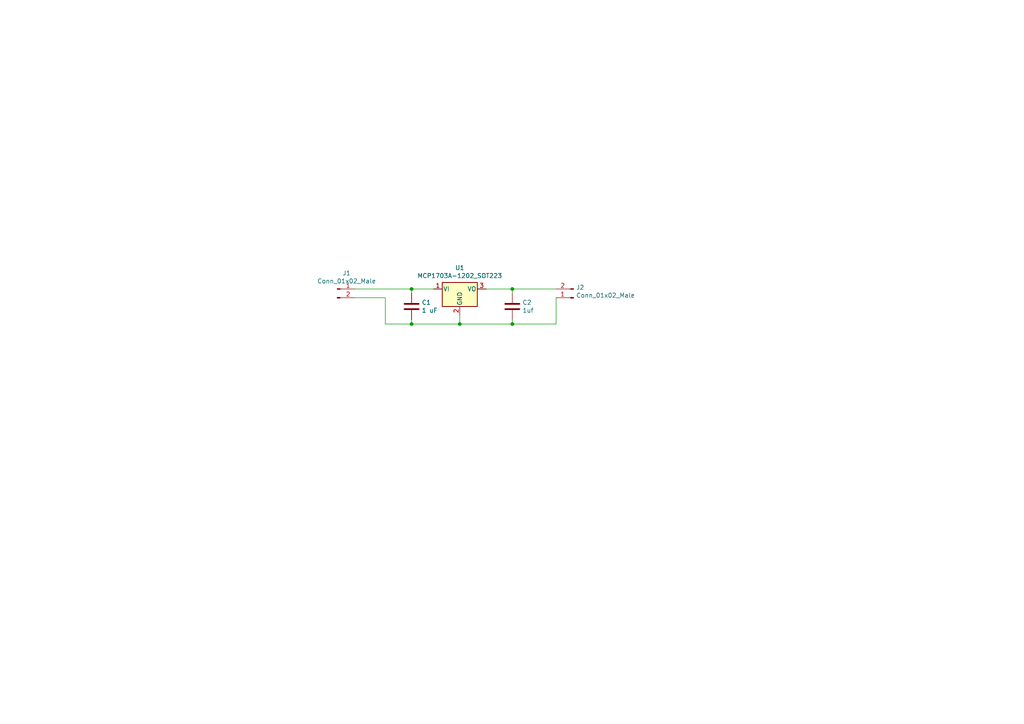
<source format=kicad_sch>
(kicad_sch (version 20230121) (generator eeschema)
  (paper "A4")
  (title_block (title "3.3V Regulator") (date "2020-06-06") (rev "1.0") (company "Quentin McDonald"))
  (lib_symbols
    (symbol "3.3V Regulator-rescue:Conn_01x02_Male-Connector" (pin_names (offset 1.016) hide)
      (property "Reference" "J" (at 0 2.54 0))
      (property "Value" "Connector_Conn_01x02_Male" (at 0 -5.08 0))
      (symbol "Conn_01x02_Male-Connector_1_1"
        (polyline (pts (xy 1.27 -2.54) (xy 0.8636 -2.54)) (stroke (width 0.1524)))
        (polyline (pts (xy 1.27 0) (xy 0.8636 0)) (stroke (width 0.1524)))
        (rectangle (start 0.8636 -2.413) (end 0 -2.667) (stroke (width 0.1524)) (fill (type outline)))
        (rectangle (start 0.8636 0.127) (end 0 -0.127) (stroke (width 0.1524)) (fill (type outline)))
        (pin passive line (at 5.08 0 180) (length 3.81) (name "Pin_1") (number "1"))
        (pin passive line (at 5.08 -2.54 180) (length 3.81) (name "Pin_2") (number "2"))
      )
    )
    (symbol "3.3V Regulator-rescue:MCP1703A-1202_SOT223-Regulator_Linear" (pin_names (offset 0.254))
      (property "Reference" "U" (at -3.81 3.175 0))
      (property "Value" "Regulator_Linear_MCP1703A-1202_SOT223" (at 0 3.175 0))
      (symbol "MCP1703A-1202_SOT223-Regulator_Linear_0_1"
        (rectangle (start -5.08 -5.08) (end 5.08 1.905) (stroke (width 0.254)) (fill (type background)))
      )
      (symbol "MCP1703A-1202_SOT223-Regulator_Linear_1_1"
        (pin power_in line (at -7.62 0 0) (length 2.54) (name "VI") (number "1"))
        (pin power_in line (at 0 -7.62 90) (length 2.54) (name "GND") (number "2"))
        (pin power_out line (at 7.62 0 180) (length 2.54) (name "VO") (number "3"))
      )
    )
    (symbol "Device:C" (pin_numbers hide) (pin_names (offset 0.254))
      (property "Reference" "C" (at 0.635 2.54 0))
      (property "Value" "C" (at 0.635 -2.54 0))
      (symbol "C_0_1"
        (polyline (pts (xy -2.032 -0.762) (xy 2.032 -0.762)) (stroke (width 0.508)))
        (polyline (pts (xy -2.032 0.762) (xy 2.032 0.762)) (stroke (width 0.508)))
      )
      (symbol "C_1_1"
        (pin passive line (at 0 3.81 270) (length 2.794) (name "~") (number "1"))
        (pin passive line (at 0 -3.81 90) (length 2.794) (name "~") (number "2"))
      )
    )
  )
  (junction (at 148.59 83.82))
  (junction (at 119.38 93.98))
  (junction (at 119.38 83.82))
  (junction (at 133.35 93.98))
  (junction (at 148.59 93.98))
  (wire (pts (xy 148.59 93.98) (xy 161.29 93.98)))
  (wire (pts (xy 119.38 85.09) (xy 119.38 83.82)))
  (wire (pts (xy 133.35 93.98) (xy 148.59 93.98)))
  (wire (pts (xy 140.97 83.82) (xy 148.59 83.82)))
  (wire (pts (xy 119.38 92.71) (xy 119.38 93.98)))
  (wire (pts (xy 148.59 92.71) (xy 148.59 93.98)))
  (wire (pts (xy 102.87 86.36) (xy 111.76 86.36)))
  (wire (pts (xy 133.35 93.98) (xy 133.35 91.44)))
  (wire (pts (xy 148.59 83.82) (xy 161.29 83.82)))
  (wire (pts (xy 111.76 93.98) (xy 119.38 93.98)))
  (wire (pts (xy 148.59 83.82) (xy 148.59 85.09)))
  (wire (pts (xy 102.87 83.82) (xy 119.38 83.82)))
  (wire (pts (xy 119.38 93.98) (xy 133.35 93.98)))
  (wire (pts (xy 111.76 86.36) (xy 111.76 93.98)))
  (wire (pts (xy 161.29 93.98) (xy 161.29 86.36)))
  (wire (pts (xy 119.38 83.82) (xy 125.73 83.82)))
  (symbol (lib_id "3.3V Regulator-rescue:MCP1703A-1202_SOT223-Regulator_Linear") (at 133.35 83.82 0) (unit 1)
    (property "Reference" "U1" (at 133.35 77.6732 0))
    (property "Value" "MCP1703A-1202_SOT223" (at 133.35 79.9846 0))
    (property "Footprint" "TO_SOT_Packages_SMD:SOT-223-3_TabPin2" (effects hide))
    (property "Datasheet" "http://ww1.microchip.com/downloads/en/DeviceDoc/20005122B.pdf" (effects hide))
  )
  (symbol (lib_id "3.3V Regulator-rescue:Conn_01x02_Male-Connector") (at 97.79 83.82 0) (unit 1)
    (property "Reference" "J1" (at 100.5332 79.2226 0))
    (property "Value" "Conn_01x02_Male" (at 100.5332 81.534 0))
    (property "Footprint" "Pin_Headers:Pin_Header_Straight_1x02_Pitch2.54mm" (effects hide))
  )
  (symbol (lib_id "3.3V Regulator-rescue:Conn_01x02_Male-Connector") (at 166.37 86.36 180) (unit 1)
    (property "Reference" "J2" (at 167.0812 83.3628 0) (effects (justify right)))
    (property "Value" "Conn_01x02_Male" (at 167.0812 85.6742 0) (effects (justify right)))
    (property "Footprint" "Pin_Headers:Pin_Header_Straight_1x02_Pitch2.54mm" (effects hide))
  )
  (symbol (lib_id "Device:C") (at 148.59 88.9 0) (unit 1)
    (property "Reference" "C2" (at 151.511 87.7316 0) (effects (justify left)))
    (property "Value" "1uf" (at 151.511 90.043 0) (effects (justify left)))
    (property "Footprint" "Capacitors_SMD:C_0805_HandSoldering" (effects hide))
  )
  (symbol (lib_id "Device:C") (at 119.38 88.9 0) (unit 1)
    (property "Reference" "C1" (at 122.301 87.7316 0) (effects (justify left)))
    (property "Value" "1 uF" (at 122.301 90.043 0) (effects (justify left)))
    (property "Footprint" "Capacitors_SMD:C_0805_HandSoldering" (effects hide))
  )
)
</source>
